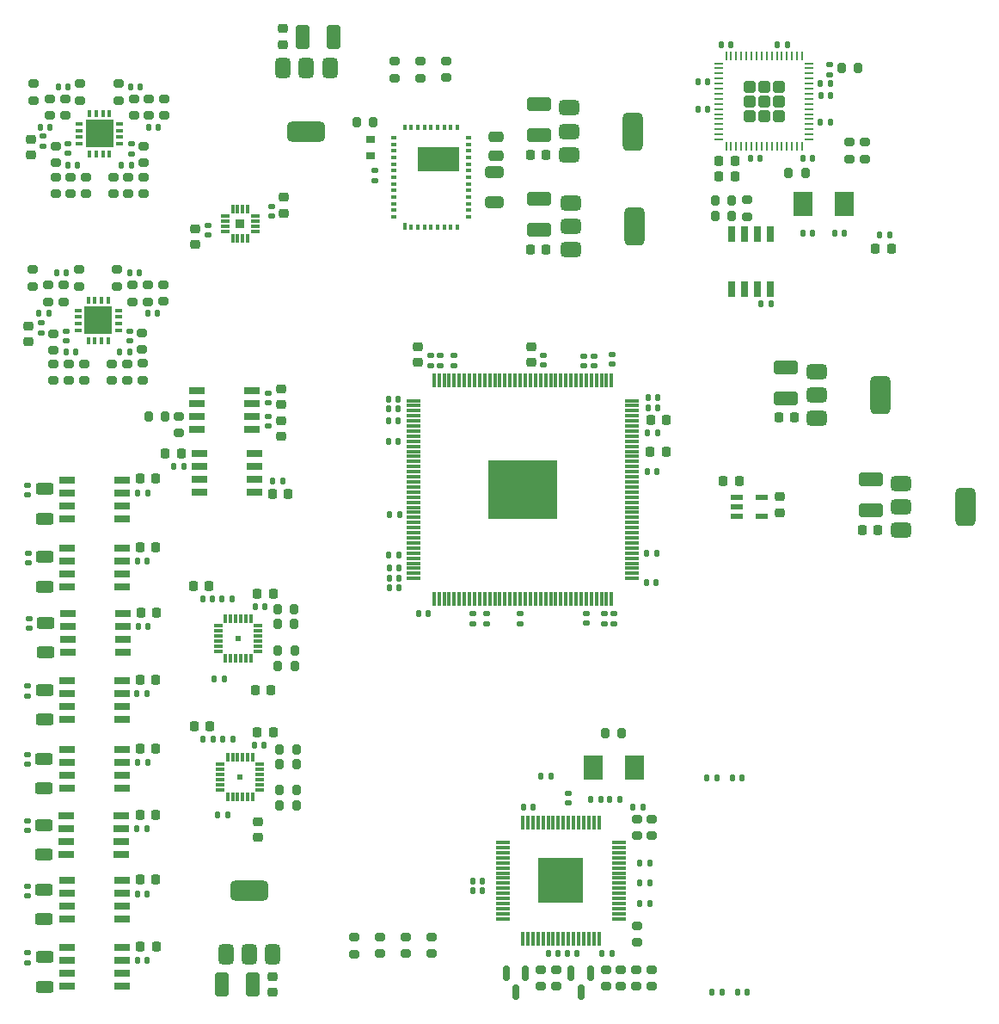
<source format=gbr>
%TF.GenerationSoftware,KiCad,Pcbnew,9.0.0*%
%TF.CreationDate,2025-06-18T17:59:25+02:00*%
%TF.ProjectId,Nanopipets,4e616e6f-7069-4706-9574-732e6b696361,rev?*%
%TF.SameCoordinates,Original*%
%TF.FileFunction,Paste,Top*%
%TF.FilePolarity,Positive*%
%FSLAX46Y46*%
G04 Gerber Fmt 4.6, Leading zero omitted, Abs format (unit mm)*
G04 Created by KiCad (PCBNEW 9.0.0) date 2025-06-18 17:59:25*
%MOMM*%
%LPD*%
G01*
G04 APERTURE LIST*
G04 Aperture macros list*
%AMRoundRect*
0 Rectangle with rounded corners*
0 $1 Rounding radius*
0 $2 $3 $4 $5 $6 $7 $8 $9 X,Y pos of 4 corners*
0 Add a 4 corners polygon primitive as box body*
4,1,4,$2,$3,$4,$5,$6,$7,$8,$9,$2,$3,0*
0 Add four circle primitives for the rounded corners*
1,1,$1+$1,$2,$3*
1,1,$1+$1,$4,$5*
1,1,$1+$1,$6,$7*
1,1,$1+$1,$8,$9*
0 Add four rect primitives between the rounded corners*
20,1,$1+$1,$2,$3,$4,$5,0*
20,1,$1+$1,$4,$5,$6,$7,0*
20,1,$1+$1,$6,$7,$8,$9,0*
20,1,$1+$1,$8,$9,$2,$3,0*%
G04 Aperture macros list end*
%ADD10R,1.475000X0.300000*%
%ADD11R,0.300000X1.475000*%
%ADD12R,6.760000X5.765000*%
%ADD13RoundRect,0.200000X-0.200000X-0.275000X0.200000X-0.275000X0.200000X0.275000X-0.200000X0.275000X0*%
%ADD14R,1.900000X2.400000*%
%ADD15RoundRect,0.200000X0.275000X-0.200000X0.275000X0.200000X-0.275000X0.200000X-0.275000X-0.200000X0*%
%ADD16RoundRect,0.140000X-0.140000X-0.170000X0.140000X-0.170000X0.140000X0.170000X-0.140000X0.170000X0*%
%ADD17RoundRect,0.250000X-0.412500X-0.925000X0.412500X-0.925000X0.412500X0.925000X-0.412500X0.925000X0*%
%ADD18RoundRect,0.375000X-0.625000X-0.375000X0.625000X-0.375000X0.625000X0.375000X-0.625000X0.375000X0*%
%ADD19RoundRect,0.500000X-0.500000X-1.400000X0.500000X-1.400000X0.500000X1.400000X-0.500000X1.400000X0*%
%ADD20RoundRect,0.140000X-0.170000X0.140000X-0.170000X-0.140000X0.170000X-0.140000X0.170000X0.140000X0*%
%ADD21RoundRect,0.140000X0.140000X0.170000X-0.140000X0.170000X-0.140000X-0.170000X0.140000X-0.170000X0*%
%ADD22RoundRect,0.225000X0.250000X-0.225000X0.250000X0.225000X-0.250000X0.225000X-0.250000X-0.225000X0*%
%ADD23RoundRect,0.140000X0.170000X-0.140000X0.170000X0.140000X-0.170000X0.140000X-0.170000X-0.140000X0*%
%ADD24RoundRect,0.225000X-0.225000X-0.250000X0.225000X-0.250000X0.225000X0.250000X-0.225000X0.250000X0*%
%ADD25RoundRect,0.200000X-0.275000X0.200000X-0.275000X-0.200000X0.275000X-0.200000X0.275000X0.200000X0*%
%ADD26RoundRect,0.150000X-0.150000X0.587500X-0.150000X-0.587500X0.150000X-0.587500X0.150000X0.587500X0*%
%ADD27R,1.528000X0.650000*%
%ADD28RoundRect,0.225000X0.225000X0.250000X-0.225000X0.250000X-0.225000X-0.250000X0.225000X-0.250000X0*%
%ADD29RoundRect,0.250000X-0.625000X0.312500X-0.625000X-0.312500X0.625000X-0.312500X0.625000X0.312500X0*%
%ADD30RoundRect,0.225000X-0.250000X0.225000X-0.250000X-0.225000X0.250000X-0.225000X0.250000X0.225000X0*%
%ADD31R,0.800000X0.350000*%
%ADD32R,0.350000X0.800000*%
%ADD33R,2.800000X2.800000*%
%ADD34RoundRect,0.250000X0.335000X0.335000X-0.335000X0.335000X-0.335000X-0.335000X0.335000X-0.335000X0*%
%ADD35RoundRect,0.062500X0.337500X0.062500X-0.337500X0.062500X-0.337500X-0.062500X0.337500X-0.062500X0*%
%ADD36RoundRect,0.062500X0.062500X0.337500X-0.062500X0.337500X-0.062500X-0.337500X0.062500X-0.337500X0*%
%ADD37RoundRect,0.200000X0.200000X0.275000X-0.200000X0.275000X-0.200000X-0.275000X0.200000X-0.275000X0*%
%ADD38R,1.525000X0.650000*%
%ADD39R,1.200000X0.600000*%
%ADD40R,0.300000X0.850000*%
%ADD41R,0.850000X0.300000*%
%ADD42R,0.600000X0.600000*%
%ADD43RoundRect,0.250000X0.925000X-0.412500X0.925000X0.412500X-0.925000X0.412500X-0.925000X-0.412500X0*%
%ADD44R,0.300000X0.750000*%
%ADD45R,0.300000X0.600000*%
%ADD46R,0.600000X0.300000*%
%ADD47R,4.150000X2.425000*%
%ADD48R,4.440000X4.440000*%
%ADD49RoundRect,0.375000X-0.375000X0.625000X-0.375000X-0.625000X0.375000X-0.625000X0.375000X0.625000X0*%
%ADD50RoundRect,0.500000X-1.400000X0.500000X-1.400000X-0.500000X1.400000X-0.500000X1.400000X0.500000X0*%
%ADD51RoundRect,0.250000X0.650000X-0.325000X0.650000X0.325000X-0.650000X0.325000X-0.650000X-0.325000X0*%
%ADD52RoundRect,0.250000X0.412500X0.925000X-0.412500X0.925000X-0.412500X-0.925000X0.412500X-0.925000X0*%
%ADD53R,0.300000X0.900000*%
%ADD54R,0.900000X0.300000*%
%ADD55R,0.900000X0.900000*%
%ADD56R,0.950000X0.800000*%
%ADD57R,0.650000X1.525000*%
%ADD58RoundRect,0.375000X0.375000X-0.625000X0.375000X0.625000X-0.375000X0.625000X-0.375000X-0.625000X0*%
%ADD59RoundRect,0.500000X1.400000X-0.500000X1.400000X0.500000X-1.400000X0.500000X-1.400000X-0.500000X0*%
%ADD60RoundRect,0.135000X-0.135000X-0.185000X0.135000X-0.185000X0.135000X0.185000X-0.135000X0.185000X0*%
%ADD61RoundRect,0.250000X-0.475000X0.250000X-0.475000X-0.250000X0.475000X-0.250000X0.475000X0.250000X0*%
G04 APERTURE END LIST*
D10*
%TO.C,IC15*%
X49562000Y-36000000D03*
X49561999Y-36500000D03*
X49562000Y-37000000D03*
X49562000Y-37500000D03*
X49562000Y-38000000D03*
X49562000Y-38500000D03*
X49561999Y-39000000D03*
X49562000Y-39500000D03*
X49562000Y-40000000D03*
X49562000Y-40500000D03*
X49562000Y-41000000D03*
X49561999Y-41500000D03*
X49562000Y-42000000D03*
X49562000Y-42500000D03*
X49562000Y-43000001D03*
X49562000Y-43500000D03*
X49561999Y-44000000D03*
X49562000Y-44500000D03*
X49562000Y-45000000D03*
X49561999Y-45500000D03*
X49562000Y-46000000D03*
X49562000Y-46499999D03*
X49562000Y-47000000D03*
X49562000Y-47500000D03*
X49561999Y-48000000D03*
X49562000Y-48500000D03*
X49562000Y-49000000D03*
X49562000Y-49500000D03*
X49562000Y-50000000D03*
X49561999Y-50500000D03*
X49562000Y-51000000D03*
X49562000Y-51500000D03*
X49562000Y-52000000D03*
X49562000Y-52500000D03*
X49561999Y-53000000D03*
X49562000Y-53500000D03*
D11*
X51550000Y-55488000D03*
X52050000Y-55488001D03*
X52550000Y-55488000D03*
X53050000Y-55488000D03*
X53550000Y-55488000D03*
X54050000Y-55488000D03*
X54550000Y-55488001D03*
X55050000Y-55488000D03*
X55550000Y-55488000D03*
X56050000Y-55488000D03*
X56550000Y-55488000D03*
X57050000Y-55488001D03*
X57550000Y-55488000D03*
X58050000Y-55488000D03*
X58550001Y-55488000D03*
X59050000Y-55488000D03*
X59550000Y-55488001D03*
X60050000Y-55488000D03*
X60550000Y-55488000D03*
X61050000Y-55488001D03*
X61550000Y-55488000D03*
X62049999Y-55488000D03*
X62550000Y-55488000D03*
X63050000Y-55488000D03*
X63550000Y-55488001D03*
X64050000Y-55488000D03*
X64550000Y-55488000D03*
X65050000Y-55488000D03*
X65550000Y-55488000D03*
X66050000Y-55488001D03*
X66550000Y-55488000D03*
X67050000Y-55488000D03*
X67550000Y-55488000D03*
X68050000Y-55488000D03*
X68550000Y-55488001D03*
X69050000Y-55488000D03*
D10*
X71038000Y-53500000D03*
X71038001Y-53000000D03*
X71038000Y-52500000D03*
X71038000Y-52000000D03*
X71038000Y-51500000D03*
X71038000Y-51000000D03*
X71038001Y-50500000D03*
X71038000Y-50000000D03*
X71038000Y-49500000D03*
X71038000Y-49000000D03*
X71038000Y-48500000D03*
X71038001Y-48000000D03*
X71038000Y-47500000D03*
X71038000Y-47000000D03*
X71038000Y-46499999D03*
X71038000Y-46000000D03*
X71038001Y-45500000D03*
X71038000Y-45000000D03*
X71038000Y-44500000D03*
X71038001Y-44000000D03*
X71038000Y-43500000D03*
X71038000Y-43000001D03*
X71038000Y-42500000D03*
X71038000Y-42000000D03*
X71038001Y-41500000D03*
X71038000Y-41000000D03*
X71038000Y-40500000D03*
X71038000Y-40000000D03*
X71038000Y-39500000D03*
X71038001Y-39000000D03*
X71038000Y-38500000D03*
X71038000Y-38000000D03*
X71038000Y-37500000D03*
X71038000Y-37000000D03*
X71038001Y-36500000D03*
X71038000Y-36000000D03*
D11*
X69050000Y-34012000D03*
X68550000Y-34011999D03*
X68050000Y-34012000D03*
X67550000Y-34012000D03*
X67050000Y-34012000D03*
X66550000Y-34012000D03*
X66050000Y-34011999D03*
X65550000Y-34012000D03*
X65050000Y-34012000D03*
X64550000Y-34012000D03*
X64050000Y-34012000D03*
X63550000Y-34011999D03*
X63050000Y-34012000D03*
X62550000Y-34012000D03*
X62049999Y-34012000D03*
X61550000Y-34012000D03*
X61050000Y-34011999D03*
X60550000Y-34012000D03*
X60050000Y-34012000D03*
X59550000Y-34011999D03*
X59050000Y-34012000D03*
X58550001Y-34012000D03*
X58050000Y-34012000D03*
X57550000Y-34012000D03*
X57050000Y-34011999D03*
X56550000Y-34012000D03*
X56050000Y-34012000D03*
X55550000Y-34012000D03*
X55050000Y-34012000D03*
X54550000Y-34011999D03*
X54050000Y-34012000D03*
X53550000Y-34012000D03*
X53050000Y-34012000D03*
X52550000Y-34012000D03*
X52050000Y-34011999D03*
X51550000Y-34012000D03*
D12*
X60300000Y-44750000D03*
%TD*%
D13*
%TO.C,R16*%
X36375000Y-75849000D03*
X38025000Y-75849000D03*
%TD*%
D14*
%TO.C,Y1*%
X71324093Y-72124293D03*
X67224093Y-72124293D03*
%TD*%
D15*
%TO.C,R25*%
X14287750Y-12600000D03*
X14287750Y-10950000D03*
%TD*%
D16*
%TO.C,C152*%
X78450000Y-73150000D03*
X79410000Y-73150000D03*
%TD*%
D17*
%TO.C,C22*%
X38625000Y-250000D03*
X41700000Y-250000D03*
%TD*%
D18*
%TO.C,U1*%
X65024800Y-16540653D03*
X65024800Y-18840653D03*
D19*
X71324800Y-18840653D03*
D18*
X65024800Y-21140653D03*
%TD*%
D20*
%TO.C,C26*%
X11558000Y-44340000D03*
X11558000Y-45300000D03*
%TD*%
D15*
%TO.C,R70*%
X47650000Y-4250000D03*
X47650000Y-2600000D03*
%TD*%
D20*
%TO.C,C104*%
X69085534Y-31466417D03*
X69085534Y-32426417D03*
%TD*%
D21*
%TO.C,C41*%
X29756896Y-55550000D03*
X28796896Y-55550000D03*
%TD*%
D22*
%TO.C,C120*%
X61110000Y-32220000D03*
X61110000Y-30670000D03*
%TD*%
D16*
%TO.C,C112*%
X47119615Y-51174648D03*
X48079615Y-51174648D03*
%TD*%
D23*
%TO.C,C96*%
X69297665Y-57952967D03*
X69297665Y-56992967D03*
%TD*%
D21*
%TO.C,C76*%
X13762750Y-9100000D03*
X12802750Y-9100000D03*
%TD*%
D24*
%TO.C,C54*%
X22608000Y-83120000D03*
X24158000Y-83120000D03*
%TD*%
D25*
%TO.C,R40*%
X13700000Y-6300000D03*
X13700000Y-7950000D03*
%TD*%
D26*
%TO.C,Q1*%
X60562500Y-92312500D03*
X58662500Y-92312500D03*
X59612500Y-94187500D03*
%TD*%
D27*
%TO.C,IC5*%
X15508000Y-56980000D03*
X15508000Y-58250000D03*
X15508000Y-59520000D03*
X15508000Y-60790000D03*
X20930000Y-60790000D03*
X20930000Y-59520000D03*
X20930000Y-58250000D03*
X20930000Y-56980000D03*
%TD*%
D16*
%TO.C,C32*%
X22458000Y-58250000D03*
X23418000Y-58250000D03*
%TD*%
D28*
%TO.C,C154*%
X96581318Y-21035589D03*
X95031318Y-21035589D03*
%TD*%
D29*
%TO.C,R13*%
X13158000Y-84100000D03*
X13158000Y-87025000D03*
%TD*%
D20*
%TO.C,C4*%
X35200000Y-37545000D03*
X35200000Y-38505000D03*
%TD*%
D15*
%TO.C,R39*%
X22887750Y-33993300D03*
X22887750Y-32343300D03*
%TD*%
D24*
%TO.C,C50*%
X22658000Y-89750000D03*
X24208000Y-89750000D03*
%TD*%
D15*
%TO.C,R63*%
X46200000Y-90420000D03*
X46200000Y-88770000D03*
%TD*%
D29*
%TO.C,R6*%
X13230000Y-51375000D03*
X13230000Y-54300000D03*
%TD*%
D23*
%TO.C,C10*%
X35200000Y-36245000D03*
X35200000Y-35285000D03*
%TD*%
D21*
%TO.C,C60*%
X29800000Y-69321128D03*
X28840000Y-69321128D03*
%TD*%
D20*
%TO.C,C84*%
X12862750Y-28358300D03*
X12862750Y-29318300D03*
%TD*%
D30*
%TO.C,C86*%
X11637750Y-28633300D03*
X11637750Y-30183300D03*
%TD*%
D16*
%TO.C,C34*%
X22370000Y-51750000D03*
X23330000Y-51750000D03*
%TD*%
D29*
%TO.C,R5*%
X13308000Y-57850000D03*
X13308000Y-60775000D03*
%TD*%
D24*
%TO.C,C33*%
X22708000Y-56850000D03*
X24258000Y-56850000D03*
%TD*%
D26*
%TO.C,Q2*%
X66975000Y-92325000D03*
X65075000Y-92325000D03*
X66025000Y-94200000D03*
%TD*%
D20*
%TO.C,C47*%
X11508000Y-77350000D03*
X11508000Y-78310000D03*
%TD*%
D28*
%TO.C,C7*%
X87075000Y-37675000D03*
X85525000Y-37675000D03*
%TD*%
D16*
%TO.C,C89*%
X50040000Y-56950000D03*
X51000000Y-56950000D03*
%TD*%
D21*
%TO.C,C103*%
X73581066Y-35709056D03*
X72621066Y-35709056D03*
%TD*%
%TO.C,C58*%
X31225000Y-76800000D03*
X30265000Y-76800000D03*
%TD*%
D16*
%TO.C,C132*%
X60365000Y-75962500D03*
X61325000Y-75962500D03*
%TD*%
%TO.C,C51*%
X22358000Y-84520000D03*
X23318000Y-84520000D03*
%TD*%
D30*
%TO.C,C67*%
X28050000Y-19075000D03*
X28050000Y-20625000D03*
%TD*%
D16*
%TO.C,C49*%
X22398000Y-71600000D03*
X23358000Y-71600000D03*
%TD*%
D21*
%TO.C,C100*%
X73487000Y-51000000D03*
X72527000Y-51000000D03*
%TD*%
D16*
%TO.C,C53*%
X22308000Y-78150000D03*
X23268000Y-78150000D03*
%TD*%
D13*
%TO.C,R17*%
X36375000Y-74350000D03*
X38025000Y-74350000D03*
%TD*%
D23*
%TO.C,C64*%
X35550000Y-17850000D03*
X35550000Y-16890000D03*
%TD*%
D13*
%TO.C,R8*%
X36175000Y-62150000D03*
X37825000Y-62150000D03*
%TD*%
D20*
%TO.C,C115*%
X53550000Y-31567077D03*
X53550000Y-32527077D03*
%TD*%
D24*
%TO.C,C56*%
X22608000Y-70250000D03*
X24158000Y-70250000D03*
%TD*%
D21*
%TO.C,C97*%
X73450000Y-53900000D03*
X72490000Y-53900000D03*
%TD*%
D15*
%TO.C,R37*%
X22962750Y-15675000D03*
X22962750Y-14025000D03*
%TD*%
D20*
%TO.C,C2*%
X45774999Y-13365000D03*
X45774999Y-14325000D03*
%TD*%
D16*
%TO.C,C130*%
X55388800Y-84231392D03*
X56348800Y-84231392D03*
%TD*%
D15*
%TO.C,R67*%
X62050000Y-93637500D03*
X62050000Y-91987500D03*
%TD*%
D16*
%TO.C,C82*%
X14387750Y-23443300D03*
X15347750Y-23443300D03*
%TD*%
D14*
%TO.C,Y2*%
X87880286Y-16669714D03*
X91980286Y-16669714D03*
%TD*%
D21*
%TO.C,C137*%
X90582318Y-8610589D03*
X89622318Y-8610589D03*
%TD*%
D25*
%TO.C,R48*%
X16712750Y-4800000D03*
X16712750Y-6450000D03*
%TD*%
D22*
%TO.C,C11*%
X36467000Y-36395000D03*
X36467000Y-34845000D03*
%TD*%
D30*
%TO.C,C5*%
X36467000Y-37945000D03*
X36467000Y-39495000D03*
%TD*%
D25*
%TO.C,R36*%
X12150000Y-4812650D03*
X12150000Y-6462650D03*
%TD*%
D23*
%TO.C,C92*%
X56781875Y-57952967D03*
X56781875Y-56992967D03*
%TD*%
D24*
%TO.C,C99*%
X72850000Y-41000000D03*
X74400000Y-41000000D03*
%TD*%
D27*
%TO.C,IC10*%
X15386000Y-83230000D03*
X15386000Y-84500000D03*
X15386000Y-85770000D03*
X15386000Y-87040000D03*
X20808000Y-87040000D03*
X20808000Y-85770000D03*
X20808000Y-84500000D03*
X20808000Y-83230000D03*
%TD*%
D16*
%TO.C,C91*%
X47140645Y-52466182D03*
X48100645Y-52466182D03*
%TD*%
D31*
%TO.C,U7*%
X16612750Y-8775000D03*
X16612750Y-9425000D03*
X16612750Y-10075000D03*
X16612750Y-10725000D03*
D32*
X17637750Y-11750000D03*
X18287750Y-11750000D03*
X18937750Y-11750000D03*
X19587750Y-11750000D03*
D31*
X20612750Y-10725000D03*
X20612750Y-10075000D03*
X20612750Y-9425000D03*
X20612750Y-8775000D03*
D32*
X19587750Y-7750000D03*
X18937750Y-7750000D03*
X18287750Y-7750000D03*
X17637750Y-7750000D03*
D33*
X18612750Y-9750000D03*
%TD*%
D16*
%TO.C,C68*%
X23437750Y-9100000D03*
X24397750Y-9100000D03*
%TD*%
%TO.C,C55*%
X22358000Y-91100000D03*
X23318000Y-91100000D03*
%TD*%
D20*
%TO.C,C79*%
X21587750Y-29143300D03*
X21587750Y-30103300D03*
%TD*%
D29*
%TO.C,R12*%
X13158000Y-71225000D03*
X13158000Y-74150000D03*
%TD*%
D34*
%TO.C,U9*%
X85521318Y-8009589D03*
X85521318Y-6559589D03*
X85521318Y-5109589D03*
X84071318Y-8009589D03*
X84071318Y-6559589D03*
X84071318Y-5109589D03*
X82621318Y-8009589D03*
X82621318Y-6559589D03*
X82621318Y-5109589D03*
D35*
X88521318Y-10309589D03*
X88521318Y-9809589D03*
X88521318Y-9309589D03*
X88521318Y-8809589D03*
X88521318Y-8309589D03*
X88521318Y-7809589D03*
X88521318Y-7309589D03*
X88521318Y-6809589D03*
X88521318Y-6309589D03*
X88521318Y-5809589D03*
X88521318Y-5309589D03*
X88521318Y-4809589D03*
X88521318Y-4309589D03*
X88521318Y-3809589D03*
X88521318Y-3309589D03*
X88521318Y-2809589D03*
D36*
X87821318Y-2109589D03*
X87321318Y-2109589D03*
X86821318Y-2109589D03*
X86321318Y-2109589D03*
X85821318Y-2109589D03*
X85321318Y-2109589D03*
X84821318Y-2109589D03*
X84321318Y-2109589D03*
X83821318Y-2109589D03*
X83321318Y-2109589D03*
X82821318Y-2109589D03*
X82321318Y-2109589D03*
X81821318Y-2109589D03*
X81321318Y-2109589D03*
X80821318Y-2109589D03*
X80321318Y-2109589D03*
D35*
X79621318Y-2809589D03*
X79621318Y-3309589D03*
X79621318Y-3809589D03*
X79621318Y-4309589D03*
X79621318Y-4809589D03*
X79621318Y-5309589D03*
X79621318Y-5809589D03*
X79621318Y-6309589D03*
X79621318Y-6809589D03*
X79621318Y-7309589D03*
X79621318Y-7809589D03*
X79621318Y-8309589D03*
X79621318Y-8809589D03*
X79621318Y-9309589D03*
X79621318Y-9809589D03*
X79621318Y-10309589D03*
D36*
X80321318Y-11009589D03*
X80821318Y-11009589D03*
X81321318Y-11009589D03*
X81821318Y-11009589D03*
X82321318Y-11009589D03*
X82821318Y-11009589D03*
X83321318Y-11009589D03*
X83821318Y-11009589D03*
X84321318Y-11009589D03*
X84821318Y-11009589D03*
X85321318Y-11009589D03*
X85821318Y-11009589D03*
X86321318Y-11009589D03*
X86821318Y-11009589D03*
X87321318Y-11009589D03*
X87821318Y-11009589D03*
%TD*%
D15*
%TO.C,R21*%
X14287750Y-15650000D03*
X14287750Y-14000000D03*
%TD*%
D21*
%TO.C,C117*%
X73570000Y-39210000D03*
X72610000Y-39210000D03*
%TD*%
D30*
%TO.C,C23*%
X85576000Y-45475000D03*
X85576000Y-47025000D03*
%TD*%
D16*
%TO.C,C108*%
X47053750Y-36840428D03*
X48013750Y-36840428D03*
%TD*%
D15*
%TO.C,R22*%
X24912750Y-26243300D03*
X24912750Y-24593300D03*
%TD*%
D16*
%TO.C,C75*%
X15337750Y-31218300D03*
X16297750Y-31218300D03*
%TD*%
D23*
%TO.C,C94*%
X60034564Y-57952970D03*
X60034564Y-56992970D03*
%TD*%
D16*
%TO.C,C142*%
X83781318Y-26510589D03*
X84741318Y-26510589D03*
%TD*%
%TO.C,C113*%
X47190327Y-47214851D03*
X48150327Y-47214851D03*
%TD*%
D28*
%TO.C,C63*%
X29500000Y-68071128D03*
X27950000Y-68071128D03*
%TD*%
D20*
%TO.C,C116*%
X66292460Y-31643191D03*
X66292460Y-32603191D03*
%TD*%
D15*
%TO.C,R49*%
X21462750Y-15675000D03*
X21462750Y-14025000D03*
%TD*%
D37*
%TO.C,R58*%
X88131318Y-13560589D03*
X86481318Y-13560589D03*
%TD*%
%TO.C,R60*%
X93325000Y-3275000D03*
X91675000Y-3275000D03*
%TD*%
D16*
%TO.C,C143*%
X85390000Y-950000D03*
X86350000Y-950000D03*
%TD*%
%TO.C,C111*%
X47089106Y-38007155D03*
X48049106Y-38007155D03*
%TD*%
D24*
%TO.C,C40*%
X33975766Y-64500000D03*
X35525766Y-64500000D03*
%TD*%
%TO.C,C52*%
X22608000Y-76800000D03*
X24158000Y-76800000D03*
%TD*%
D21*
%TO.C,C126*%
X72808800Y-85481392D03*
X71848800Y-85481392D03*
%TD*%
D28*
%TO.C,C6*%
X62624800Y-21140653D03*
X61074800Y-21140653D03*
%TD*%
D16*
%TO.C,C145*%
X79825000Y-950000D03*
X80785000Y-950000D03*
%TD*%
D27*
%TO.C,IC12*%
X15408000Y-89830000D03*
X15408000Y-91100000D03*
X15408000Y-92370000D03*
X15408000Y-93640000D03*
X20830000Y-93640000D03*
X20830000Y-92370000D03*
X20830000Y-91100000D03*
X20830000Y-89830000D03*
%TD*%
D20*
%TO.C,C29*%
X11558000Y-64090000D03*
X11558000Y-65050000D03*
%TD*%
D16*
%TO.C,C36*%
X22298000Y-64830000D03*
X23258000Y-64830000D03*
%TD*%
D21*
%TO.C,C81*%
X21747750Y-12875000D03*
X20787750Y-12875000D03*
%TD*%
D38*
%TO.C,IC2*%
X28425000Y-41242500D03*
X28425000Y-42512500D03*
X28425000Y-43782500D03*
X28425000Y-45052500D03*
X33849000Y-45052500D03*
X33849000Y-43782500D03*
X33849000Y-42512500D03*
X33849000Y-41242500D03*
%TD*%
D22*
%TO.C,C19*%
X36700000Y-950000D03*
X36700000Y600000D03*
%TD*%
D20*
%TO.C,C71*%
X15362750Y-29168300D03*
X15362750Y-30128300D03*
%TD*%
D13*
%TO.C,R19*%
X36375000Y-70300000D03*
X38025000Y-70300000D03*
%TD*%
D28*
%TO.C,C24*%
X62575000Y-11800000D03*
X61025000Y-11800000D03*
%TD*%
D16*
%TO.C,C30*%
X22408000Y-45100000D03*
X23368000Y-45100000D03*
%TD*%
%TO.C,C148*%
X77560318Y-4600000D03*
X78520318Y-4600000D03*
%TD*%
D21*
%TO.C,C78*%
X13622750Y-27443300D03*
X12662750Y-27443300D03*
%TD*%
D15*
%TO.C,R30*%
X21887750Y-26268300D03*
X21887750Y-24618300D03*
%TD*%
%TO.C,R76*%
X52725000Y-4225000D03*
X52725000Y-2575000D03*
%TD*%
D39*
%TO.C,IC3*%
X81376000Y-45525000D03*
X81376001Y-46475000D03*
X81376000Y-47425000D03*
X83876000Y-47425000D03*
X83876000Y-45525000D03*
%TD*%
D20*
%TO.C,C77*%
X21737750Y-10740000D03*
X21737750Y-11700000D03*
%TD*%
D40*
%TO.C,IC13*%
X33725000Y-71100000D03*
X33225000Y-71100000D03*
X32725000Y-71100000D03*
X32225000Y-71100000D03*
X31725000Y-71100000D03*
X31225000Y-71100000D03*
D41*
X30525000Y-71800000D03*
X30525000Y-72300000D03*
X30525000Y-72800000D03*
X30525000Y-73300000D03*
X30525000Y-73800000D03*
X30525000Y-74300000D03*
D40*
X31225000Y-75000000D03*
X31725000Y-75000000D03*
X32225000Y-75000000D03*
X32725000Y-75000000D03*
X33225000Y-75000000D03*
X33725000Y-75000000D03*
D41*
X34425000Y-74300000D03*
X34425000Y-73800000D03*
X34425000Y-73300000D03*
X34425000Y-72800000D03*
X34425000Y-72300000D03*
X34425000Y-71800000D03*
D42*
X32475000Y-73050000D03*
%TD*%
D25*
%TO.C,R47*%
X19837750Y-32368300D03*
X19837750Y-34018300D03*
%TD*%
D22*
%TO.C,C66*%
X36800000Y-17550000D03*
X36800000Y-16000000D03*
%TD*%
D20*
%TO.C,C109*%
X62368018Y-31537126D03*
X62368018Y-32497126D03*
%TD*%
D16*
%TO.C,C61*%
X33875000Y-69900000D03*
X34835000Y-69900000D03*
%TD*%
D20*
%TO.C,C28*%
X11608000Y-50990000D03*
X11608000Y-51950000D03*
%TD*%
D28*
%TO.C,C138*%
X81181318Y-12410589D03*
X79631318Y-12410589D03*
%TD*%
D13*
%TO.C,R55*%
X79231318Y-16310589D03*
X80881318Y-16310589D03*
%TD*%
D16*
%TO.C,C73*%
X15487750Y-12850000D03*
X16447750Y-12850000D03*
%TD*%
D27*
%TO.C,IC9*%
X15408000Y-70330000D03*
X15408000Y-71600000D03*
X15408000Y-72870000D03*
X15408000Y-74140000D03*
X20830000Y-74140000D03*
X20830000Y-72870000D03*
X20830000Y-71600000D03*
X20830000Y-70330000D03*
%TD*%
D24*
%TO.C,C62*%
X34175000Y-68650000D03*
X35725000Y-68650000D03*
%TD*%
D21*
%TO.C,C15*%
X26909000Y-42482500D03*
X25949000Y-42482500D03*
%TD*%
D24*
%TO.C,C114*%
X72890000Y-37930000D03*
X74440000Y-37930000D03*
%TD*%
D21*
%TO.C,C101*%
X73540306Y-42992256D03*
X72580306Y-42992256D03*
%TD*%
D29*
%TO.C,R15*%
X13208000Y-90750000D03*
X13208000Y-93675000D03*
%TD*%
D21*
%TO.C,C147*%
X88821318Y-12159589D03*
X87861318Y-12159589D03*
%TD*%
D28*
%TO.C,C12*%
X26649000Y-41182500D03*
X25099000Y-41182500D03*
%TD*%
D13*
%TO.C,R18*%
X36375000Y-71800000D03*
X38025000Y-71800000D03*
%TD*%
D43*
%TO.C,C8*%
X61924800Y-19215653D03*
X61924800Y-16140653D03*
%TD*%
D28*
%TO.C,C140*%
X81181318Y-13910589D03*
X79631318Y-13910589D03*
%TD*%
D15*
%TO.C,R46*%
X15087750Y-26268300D03*
X15087750Y-24618300D03*
%TD*%
D13*
%TO.C,R54*%
X68425000Y-68706108D03*
X70075000Y-68706108D03*
%TD*%
D44*
%TO.C,PS1*%
X48675000Y-18850000D03*
D45*
X49325000Y-18925000D03*
X49975000Y-18925000D03*
X50625000Y-18925000D03*
X51275000Y-18925000D03*
X51925000Y-18925000D03*
X52575000Y-18925000D03*
X53225000Y-18925000D03*
X53875000Y-18925000D03*
D46*
X54925000Y-17925000D03*
X54925000Y-17275000D03*
X54925000Y-16625000D03*
X54925000Y-15975000D03*
X54925000Y-15325000D03*
X54925000Y-14675000D03*
X54925000Y-14025000D03*
X54925000Y-13375000D03*
X54925000Y-12725000D03*
X54925000Y-12075000D03*
X54925000Y-11425000D03*
X54925000Y-10775000D03*
X54925000Y-10125000D03*
D45*
X53875000Y-9125000D03*
X53225000Y-9125000D03*
X52575000Y-9125000D03*
X51925000Y-9125000D03*
X51275000Y-9125000D03*
X50625000Y-9125000D03*
X49975000Y-9125000D03*
X49325000Y-9125000D03*
X48675000Y-9125000D03*
D46*
X47625000Y-10125000D03*
X47625000Y-10775000D03*
X47625000Y-11425000D03*
X47625000Y-12075000D03*
X47625000Y-12725000D03*
X47625000Y-13375000D03*
X47625000Y-14025000D03*
X47625000Y-14675000D03*
X47625000Y-15325000D03*
X47625000Y-15975000D03*
X47625000Y-16625000D03*
X47625000Y-17275000D03*
X47625000Y-17925000D03*
D47*
X51975000Y-12225000D03*
%TD*%
D25*
%TO.C,R38*%
X12050000Y-23119300D03*
X12050000Y-24769300D03*
%TD*%
D23*
%TO.C,C90*%
X55367660Y-57952970D03*
X55367660Y-56992970D03*
%TD*%
%TO.C,C98*%
X68307715Y-57952969D03*
X68307715Y-56992969D03*
%TD*%
D10*
%TO.C,IC16*%
X69786800Y-86981392D03*
X69786800Y-86481392D03*
X69786800Y-85981392D03*
X69786800Y-85481392D03*
X69786800Y-84981392D03*
X69786800Y-84481392D03*
X69786800Y-83981392D03*
X69786800Y-83481392D03*
X69786800Y-82981392D03*
X69786800Y-82481392D03*
X69786800Y-81981392D03*
X69786800Y-81481392D03*
X69786800Y-80981392D03*
X69786800Y-80481392D03*
X69786800Y-79981392D03*
X69786800Y-79481392D03*
D11*
X67798800Y-77493392D03*
X67298800Y-77493392D03*
X66798800Y-77493392D03*
X66298800Y-77493392D03*
X65798800Y-77493392D03*
X65298800Y-77493392D03*
X64798800Y-77493392D03*
X64298800Y-77493392D03*
X63798800Y-77493392D03*
X63298800Y-77493392D03*
X62798800Y-77493392D03*
X62298800Y-77493392D03*
X61798800Y-77493392D03*
X61298800Y-77493392D03*
X60798800Y-77493392D03*
X60298800Y-77493392D03*
D10*
X58310800Y-79481392D03*
X58310800Y-79981392D03*
X58310800Y-80481392D03*
X58310800Y-80981392D03*
X58310800Y-81481392D03*
X58310800Y-81981392D03*
X58310800Y-82481392D03*
X58310800Y-82981392D03*
X58310800Y-83481392D03*
X58310800Y-83981392D03*
X58310800Y-84481392D03*
X58310800Y-84981392D03*
X58310800Y-85481392D03*
X58310800Y-85981392D03*
X58310800Y-86481392D03*
X58310800Y-86981392D03*
D11*
X60298800Y-88969392D03*
X60798800Y-88969392D03*
X61298800Y-88969392D03*
X61798800Y-88969392D03*
X62298800Y-88969392D03*
X62798800Y-88969392D03*
X63298800Y-88969392D03*
X63798800Y-88969392D03*
X64298800Y-88969392D03*
X64798800Y-88969392D03*
X65298800Y-88969392D03*
X65798800Y-88969392D03*
X66298800Y-88969392D03*
X66798800Y-88969392D03*
X67298800Y-88969392D03*
X67798800Y-88969392D03*
D48*
X64048800Y-83231392D03*
%TD*%
D49*
%TO.C,U5*%
X41300000Y-3250000D03*
X39000000Y-3250000D03*
D50*
X39000000Y-9550000D03*
D49*
X36700000Y-3250000D03*
%TD*%
D28*
%TO.C,C14*%
X95275000Y-48725000D03*
X93725000Y-48725000D03*
%TD*%
D16*
%TO.C,C110*%
X47053752Y-35850478D03*
X48013752Y-35850478D03*
%TD*%
D51*
%TO.C,C3*%
X57524999Y-16475001D03*
X57524999Y-13524999D03*
%TD*%
D25*
%TO.C,R34*%
X20362750Y-23093300D03*
X20362750Y-24743300D03*
%TD*%
D13*
%TO.C,R3*%
X43924999Y-8575000D03*
X45574999Y-8575000D03*
%TD*%
D24*
%TO.C,C37*%
X22608000Y-63480000D03*
X24158000Y-63480000D03*
%TD*%
D43*
%TO.C,C17*%
X94575000Y-46800000D03*
X94575000Y-43725000D03*
%TD*%
D52*
%TO.C,C16*%
X33725000Y-93475000D03*
X30650000Y-93475000D03*
%TD*%
D24*
%TO.C,C31*%
X22608000Y-43700000D03*
X24158000Y-43700000D03*
%TD*%
D21*
%TO.C,C83*%
X21587750Y-31218300D03*
X20627750Y-31218300D03*
%TD*%
D15*
%TO.C,R71*%
X50200000Y-4250000D03*
X50200000Y-2600000D03*
%TD*%
D16*
%TO.C,C139*%
X77561318Y-7309589D03*
X78521318Y-7309589D03*
%TD*%
D20*
%TO.C,C45*%
X11508000Y-70840000D03*
X11508000Y-71800000D03*
%TD*%
D53*
%TO.C,IC14*%
X33225000Y-17125000D03*
X32725000Y-17125000D03*
X32225000Y-17125000D03*
X31725000Y-17125000D03*
D54*
X31025000Y-17825000D03*
X31025000Y-18325000D03*
X31025000Y-18825000D03*
X31025000Y-19325000D03*
D53*
X31725000Y-20025000D03*
X32225000Y-20025000D03*
X32725000Y-20025000D03*
X33225000Y-20025000D03*
D54*
X33925000Y-19325000D03*
X33925000Y-18825000D03*
X33925000Y-18325000D03*
X33925000Y-17825000D03*
D55*
X32475000Y-18575000D03*
%TD*%
D25*
%TO.C,R32*%
X20487750Y-4800000D03*
X20487750Y-6450000D03*
%TD*%
%TO.C,R57*%
X93971318Y-10559589D03*
X93971318Y-12209589D03*
%TD*%
D30*
%TO.C,C13*%
X35650000Y-92675000D03*
X35650000Y-94225000D03*
%TD*%
D25*
%TO.C,R50*%
X16587750Y-23093300D03*
X16587750Y-24743300D03*
%TD*%
D24*
%TO.C,C44*%
X34175000Y-55000000D03*
X35725000Y-55000000D03*
%TD*%
D20*
%TO.C,C48*%
X11558000Y-90340000D03*
X11558000Y-91300000D03*
%TD*%
D15*
%TO.C,R51*%
X21312750Y-34018300D03*
X21312750Y-32368300D03*
%TD*%
D25*
%TO.C,R31*%
X17112750Y-32393300D03*
X17112750Y-34043300D03*
%TD*%
D21*
%TO.C,C72*%
X22647750Y-5150000D03*
X21687750Y-5150000D03*
%TD*%
D56*
%TO.C,LED1*%
X45274999Y-10325001D03*
X45274999Y-11924999D03*
%TD*%
D16*
%TO.C,C70*%
X23387750Y-27443300D03*
X24347750Y-27443300D03*
%TD*%
D21*
%TO.C,C133*%
X72124800Y-76031392D03*
X71164800Y-76031392D03*
%TD*%
D16*
%TO.C,C88*%
X47140645Y-54446081D03*
X48100645Y-54446081D03*
%TD*%
D25*
%TO.C,R72*%
X72975000Y-91987500D03*
X72975000Y-93637500D03*
%TD*%
%TO.C,R24*%
X23500000Y-6300000D03*
X23500000Y-7950000D03*
%TD*%
D20*
%TO.C,C129*%
X64774800Y-74631392D03*
X64774800Y-75591392D03*
%TD*%
D21*
%TO.C,C141*%
X90631318Y-5959589D03*
X89671318Y-5959589D03*
%TD*%
%TO.C,C74*%
X22572750Y-23443300D03*
X21612750Y-23443300D03*
%TD*%
%TO.C,C39*%
X30903400Y-63410000D03*
X29943400Y-63410000D03*
%TD*%
D24*
%TO.C,C35*%
X22630000Y-50400000D03*
X24180000Y-50400000D03*
%TD*%
D20*
%TO.C,C46*%
X11508000Y-83750000D03*
X11508000Y-84710000D03*
%TD*%
D18*
%TO.C,U4*%
X97575000Y-44125000D03*
X97575000Y-46425000D03*
D19*
X103875000Y-46425000D03*
D18*
X97575000Y-48725000D03*
%TD*%
D15*
%TO.C,R35*%
X15587750Y-34043300D03*
X15587750Y-32393300D03*
%TD*%
D16*
%TO.C,C80*%
X14562750Y-5175000D03*
X15522750Y-5175000D03*
%TD*%
%TO.C,C153*%
X95456318Y-19735589D03*
X96416318Y-19735589D03*
%TD*%
D27*
%TO.C,IC6*%
X15408000Y-50480000D03*
X15408000Y-51750000D03*
X15408000Y-53020000D03*
X15408000Y-54290000D03*
X20830000Y-54290000D03*
X20830000Y-53020000D03*
X20830000Y-51750000D03*
X20830000Y-50480000D03*
%TD*%
D25*
%TO.C,R73*%
X68475000Y-91975000D03*
X68475000Y-93625000D03*
%TD*%
D27*
%TO.C,IC4*%
X15408000Y-43810000D03*
X15408000Y-45080000D03*
X15408000Y-46350000D03*
X15408000Y-47620000D03*
X20830000Y-47620000D03*
X20830000Y-46350000D03*
X20830000Y-45080000D03*
X20830000Y-43810000D03*
%TD*%
D31*
%TO.C,U8*%
X16487750Y-27118300D03*
X16487750Y-27768300D03*
X16487750Y-28418300D03*
X16487750Y-29068300D03*
D32*
X17512750Y-30093300D03*
X18162750Y-30093300D03*
X18812750Y-30093300D03*
X19462750Y-30093300D03*
D31*
X20487750Y-29068300D03*
X20487750Y-28418300D03*
X20487750Y-27768300D03*
X20487750Y-27118300D03*
D32*
X19462750Y-26093300D03*
X18812750Y-26093300D03*
X18162750Y-26093300D03*
X17512750Y-26093300D03*
D33*
X18487750Y-28093300D03*
%TD*%
D29*
%TO.C,R7*%
X13208000Y-64475000D03*
X13208000Y-67400000D03*
%TD*%
D27*
%TO.C,IC1*%
X28245000Y-35005000D03*
X28245000Y-36275000D03*
X28245000Y-37545000D03*
X28245000Y-38815000D03*
X33667000Y-38815000D03*
X33667000Y-37545000D03*
X33667000Y-36275000D03*
X33667000Y-35005000D03*
%TD*%
D15*
%TO.C,R20*%
X25000000Y-7950000D03*
X25000000Y-6300000D03*
%TD*%
D16*
%TO.C,C150*%
X81425000Y-94175000D03*
X82385000Y-94175000D03*
%TD*%
D21*
%TO.C,C124*%
X69085000Y-90412500D03*
X68125000Y-90412500D03*
%TD*%
D20*
%TO.C,C65*%
X29300000Y-18775000D03*
X29300000Y-19735000D03*
%TD*%
D18*
%TO.C,U2*%
X89225000Y-33125000D03*
X89225000Y-35425000D03*
D19*
X95525000Y-35425000D03*
D18*
X89225000Y-37725000D03*
%TD*%
D25*
%TO.C,R56*%
X82361318Y-16236589D03*
X82361318Y-17886589D03*
%TD*%
D30*
%TO.C,C87*%
X11837750Y-10275000D03*
X11837750Y-11825000D03*
%TD*%
D25*
%TO.C,R61*%
X92450000Y-10561589D03*
X92450000Y-12211589D03*
%TD*%
D21*
%TO.C,C128*%
X72808800Y-83481392D03*
X71848800Y-83481392D03*
%TD*%
D25*
%TO.C,R29*%
X17300000Y-14002000D03*
X17300000Y-15652000D03*
%TD*%
D57*
%TO.C,IC17*%
X84701318Y-19586589D03*
X83431318Y-19586589D03*
X82161318Y-19586589D03*
X80891318Y-19586589D03*
X80891318Y-25010589D03*
X82161318Y-25010589D03*
X83431318Y-25010589D03*
X84701318Y-25010589D03*
%TD*%
D21*
%TO.C,C123*%
X72808800Y-81481392D03*
X71848800Y-81481392D03*
%TD*%
D16*
%TO.C,C57*%
X30790000Y-69320128D03*
X31750000Y-69320128D03*
%TD*%
D15*
%TO.C,R65*%
X48810000Y-90420000D03*
X48810000Y-88770000D03*
%TD*%
D21*
%TO.C,C38*%
X31656896Y-55500000D03*
X30696896Y-55500000D03*
%TD*%
D25*
%TO.C,R74*%
X71475000Y-91987500D03*
X71475000Y-93637500D03*
%TD*%
D16*
%TO.C,C42*%
X33925000Y-56250000D03*
X34885000Y-56250000D03*
%TD*%
%TO.C,C127*%
X55388800Y-83281392D03*
X56348800Y-83281392D03*
%TD*%
%TO.C,C95*%
X47140645Y-53456131D03*
X48100645Y-53456131D03*
%TD*%
%TO.C,C134*%
X87870286Y-19569714D03*
X88830286Y-19569714D03*
%TD*%
D15*
%TO.C,R1*%
X26467000Y-39195000D03*
X26467000Y-37545000D03*
%TD*%
D13*
%TO.C,R11*%
X36125000Y-56500000D03*
X37775000Y-56500000D03*
%TD*%
D24*
%TO.C,C20*%
X35649000Y-45182500D03*
X37199000Y-45182500D03*
%TD*%
D16*
%TO.C,C144*%
X82731318Y-12160589D03*
X83691318Y-12160589D03*
%TD*%
D15*
%TO.C,R44*%
X15212750Y-7950000D03*
X15212750Y-6300000D03*
%TD*%
D29*
%TO.C,R14*%
X13158000Y-77750000D03*
X13158000Y-80675000D03*
%TD*%
D15*
%TO.C,R53*%
X71537800Y-78831392D03*
X71537800Y-77181392D03*
%TD*%
D58*
%TO.C,U3*%
X31050000Y-90475000D03*
X33350000Y-90475000D03*
D59*
X33350000Y-84175000D03*
D58*
X35650000Y-90475000D03*
%TD*%
D13*
%TO.C,R10*%
X36125000Y-58000000D03*
X37775000Y-58000000D03*
%TD*%
D15*
%TO.C,R62*%
X43700000Y-90445000D03*
X43700000Y-88795000D03*
%TD*%
D16*
%TO.C,C151*%
X80948800Y-73131392D03*
X81908800Y-73131392D03*
%TD*%
D20*
%TO.C,C85*%
X13037750Y-10000000D03*
X13037750Y-10960000D03*
%TD*%
D16*
%TO.C,C131*%
X62815000Y-90412500D03*
X63775000Y-90412500D03*
%TD*%
%TO.C,C149*%
X78950000Y-94175000D03*
X79910000Y-94175000D03*
%TD*%
D25*
%TO.C,R26*%
X23412750Y-24618300D03*
X23412750Y-26268300D03*
%TD*%
D15*
%TO.C,R41*%
X22962750Y-12625000D03*
X22962750Y-10975000D03*
%TD*%
D60*
%TO.C,R52*%
X62090000Y-72990000D03*
X63110000Y-72990000D03*
%TD*%
D20*
%TO.C,C27*%
X11658000Y-57440000D03*
X11658000Y-58400000D03*
%TD*%
D21*
%TO.C,C121*%
X67985000Y-75275000D03*
X67025000Y-75275000D03*
%TD*%
D15*
%TO.C,R27*%
X14087750Y-31043300D03*
X14087750Y-29393300D03*
%TD*%
D43*
%TO.C,C25*%
X61875000Y-9900000D03*
X61875000Y-6825000D03*
%TD*%
D27*
%TO.C,IC11*%
X15358000Y-76880000D03*
X15358000Y-78150000D03*
X15358000Y-79420000D03*
X15358000Y-80690000D03*
X20780000Y-80690000D03*
X20780000Y-79420000D03*
X20780000Y-78150000D03*
X20780000Y-76880000D03*
%TD*%
D25*
%TO.C,R66*%
X73025000Y-77162500D03*
X73025000Y-78812500D03*
%TD*%
D16*
%TO.C,C122*%
X68875000Y-75250000D03*
X69835000Y-75250000D03*
%TD*%
D23*
%TO.C,C135*%
X90521318Y-3919589D03*
X90521318Y-2959589D03*
%TD*%
D15*
%TO.C,R64*%
X51300000Y-90420000D03*
X51300000Y-88770000D03*
%TD*%
D61*
%TO.C,C1*%
X57674999Y-10025001D03*
X57674999Y-11924999D03*
%TD*%
D24*
%TO.C,C18*%
X80050000Y-43925000D03*
X81600000Y-43925000D03*
%TD*%
D18*
%TO.C,U6*%
X64875000Y-7200000D03*
X64875000Y-9500000D03*
D19*
X71175000Y-9500000D03*
D18*
X64875000Y-11800000D03*
%TD*%
D15*
%TO.C,R28*%
X21987750Y-7950000D03*
X21987750Y-6300000D03*
%TD*%
%TO.C,R75*%
X69975000Y-93637500D03*
X69975000Y-91987500D03*
%TD*%
D21*
%TO.C,C125*%
X65635000Y-90412500D03*
X64675000Y-90412500D03*
%TD*%
D15*
%TO.C,R33*%
X15800000Y-15650000D03*
X15800000Y-14000000D03*
%TD*%
D21*
%TO.C,C146*%
X90581318Y-4809589D03*
X89621318Y-4809589D03*
%TD*%
D16*
%TO.C,C21*%
X35689000Y-43882500D03*
X36649000Y-43882500D03*
%TD*%
D13*
%TO.C,R9*%
X36175000Y-60600000D03*
X37825000Y-60600000D03*
%TD*%
D20*
%TO.C,C69*%
X15512750Y-10725000D03*
X15512750Y-11685000D03*
%TD*%
D25*
%TO.C,R45*%
X19987750Y-14025000D03*
X19987750Y-15675000D03*
%TD*%
D27*
%TO.C,IC7*%
X15408000Y-63560000D03*
X15408000Y-64830000D03*
X15408000Y-66100000D03*
X15408000Y-67370000D03*
X20830000Y-67370000D03*
X20830000Y-66100000D03*
X20830000Y-64830000D03*
X20830000Y-63560000D03*
%TD*%
D15*
%TO.C,R23*%
X14062750Y-34043300D03*
X14062750Y-32393300D03*
%TD*%
D25*
%TO.C,R42*%
X13587750Y-24618300D03*
X13587750Y-26268300D03*
%TD*%
D29*
%TO.C,R4*%
X13208000Y-44700000D03*
X13208000Y-47625000D03*
%TD*%
D37*
%TO.C,R59*%
X80881318Y-17810589D03*
X79231318Y-17810589D03*
%TD*%
D43*
%TO.C,C9*%
X86225000Y-35825000D03*
X86225000Y-32750000D03*
%TD*%
D30*
%TO.C,C59*%
X34250000Y-77450000D03*
X34250000Y-79000000D03*
%TD*%
D23*
%TO.C,C93*%
X66539948Y-57912210D03*
X66539948Y-56952210D03*
%TD*%
D16*
%TO.C,C118*%
X47053752Y-40022408D03*
X48013752Y-40022408D03*
%TD*%
D25*
%TO.C,R68*%
X63598586Y-91988914D03*
X63598586Y-93638914D03*
%TD*%
D22*
%TO.C,C119*%
X49930000Y-32220000D03*
X49930000Y-30670000D03*
%TD*%
D28*
%TO.C,C43*%
X29391952Y-54249000D03*
X27841952Y-54249000D03*
%TD*%
D21*
%TO.C,C136*%
X91980286Y-19569714D03*
X91020286Y-19569714D03*
%TD*%
D37*
%TO.C,R2*%
X25075000Y-37600000D03*
X23425000Y-37600000D03*
%TD*%
D20*
%TO.C,C106*%
X51195730Y-31567074D03*
X51195730Y-32527074D03*
%TD*%
%TO.C,C105*%
X52185681Y-31567077D03*
X52185681Y-32527077D03*
%TD*%
D21*
%TO.C,C102*%
X73581066Y-36699006D03*
X72621066Y-36699006D03*
%TD*%
D25*
%TO.C,R69*%
X71525000Y-87662500D03*
X71525000Y-89312500D03*
%TD*%
D15*
%TO.C,R43*%
X22812750Y-30993300D03*
X22812750Y-29343300D03*
%TD*%
D40*
%TO.C,IC8*%
X33525000Y-57450000D03*
X33025000Y-57450000D03*
X32525000Y-57450000D03*
X32025000Y-57450000D03*
X31525000Y-57450000D03*
X31025000Y-57450000D03*
D41*
X30325000Y-58150000D03*
X30325000Y-58650000D03*
X30325000Y-59150000D03*
X30325000Y-59650000D03*
X30325000Y-60150000D03*
X30325000Y-60650000D03*
D40*
X31025000Y-61350000D03*
X31525000Y-61350000D03*
X32025000Y-61350000D03*
X32525000Y-61350000D03*
X33025000Y-61350000D03*
X33525000Y-61350000D03*
D41*
X34225000Y-60650000D03*
X34225000Y-60150000D03*
X34225000Y-59650000D03*
X34225000Y-59150000D03*
X34225000Y-58650000D03*
X34225000Y-58150000D03*
D42*
X32275000Y-59400000D03*
%TD*%
D20*
%TO.C,C107*%
X67282410Y-31643191D03*
X67282410Y-32603191D03*
%TD*%
M02*

</source>
